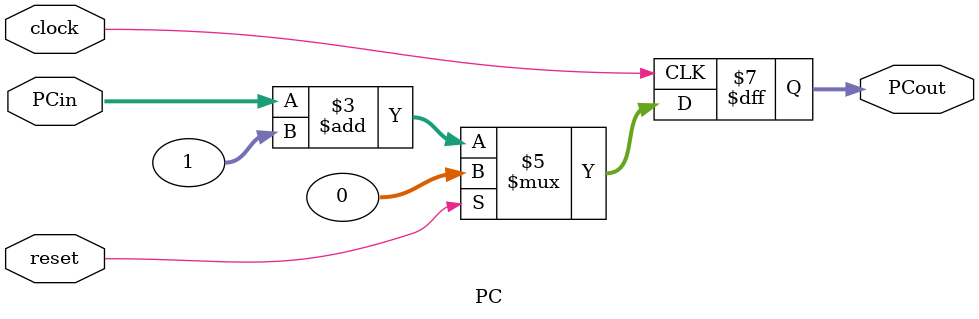
<source format=v>

module PC(clock, reset, PCin, PCout);

	input clock, reset;
	input [31:0] PCin;
	
	output reg [31:0] PCout;
	
	always @(posedge clock) begin
		if (reset == 1) 
			PCout <= 0;
		else 
			PCout <= PCin + 1; 
	end
endmodule
</source>
